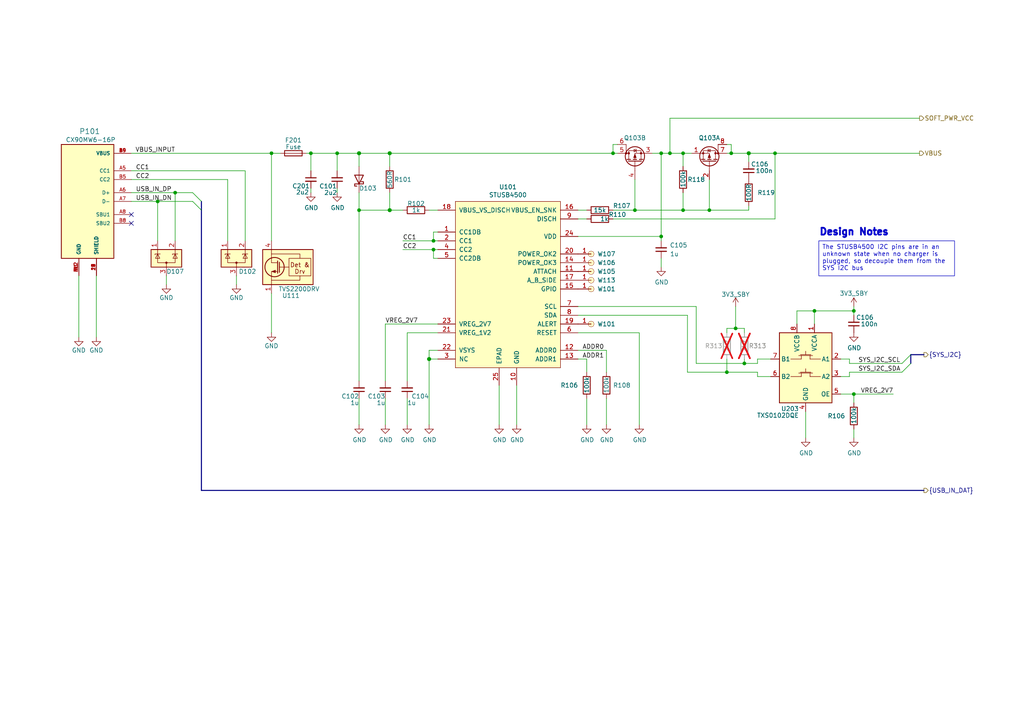
<source format=kicad_sch>
(kicad_sch (version 20230121) (generator eeschema)
  (paper "A4")
  (title_block (title "PS2 USB C Input") (rev "0.3") (comment 5 "-a project by Tschicki"))
  (lib_symbols
    (symbol "Device:Fuse" (pin_numbers hide) (pin_names (offset 0))
      (property "Reference" "F" (at 2.032 0 90))
      (property "Value" "Fuse" (at -1.905 0 90))
      (symbol "Fuse_1_1"
        (pin passive line (at 0 3.81 270) (length 1.27) (name "~") (number "1"))
        (pin passive line (at 0 -3.81 90) (length 1.27) (name "~") (number "2"))
      )
    )
    (symbol "PS2:3V5_SBY" (power) (pin_names (offset 0))
      (property "Value" "3V3_SBY" (at 0 3.556 0))
      (symbol "3V5_SBY_1_1"
        (pin power_in line (at 0 0 90) (length 0) hide (name "3V3_SBY") (number "1"))
      )
    )
    (symbol "PS2:CX90MW6-16P" (pin_names (offset 1.016))
      (property "Reference" "J" (at -1.27 35.56 0))
      (property "Value" "CX90MW6-16P" (at -6.35 33.02 0))
      (symbol "CX90MW6-16P_0_0"
        (pin power_in line (at 2.54 -5.08 90) (length 5.08) (name "SHIELD") (number "17"))
        (pin power_in line (at 2.54 -5.08 90) (length 5.08) (name "SHIELD") (number "18"))
        (pin power_in line (at 2.54 -5.08 90) (length 5.08) (name "SHIELD") (number "19"))
        (pin power_in line (at 2.54 -5.08 90) (length 5.08) (name "SHIELD") (number "20"))
        (pin power_in line (at 2.54 -5.08 90) (length 5.08) (name "SHIELD") (number "21"))
        (pin power_in line (at 2.54 -5.08 90) (length 5.08) (name "SHIELD") (number "22"))
        (pin power_in line (at -2.54 -5.08 90) (length 5.08) (name "GND") (number "A1"))
        (pin power_in line (at -2.54 -5.08 90) (length 5.08) (name "GND") (number "A12"))
        (pin power_in line (at 12.7 30.48 180) (length 5.08) (name "VBUS") (number "A4"))
        (pin bidirectional line (at 12.7 25.4 180) (length 5.08) (name "CC1") (number "A5"))
        (pin bidirectional line (at 12.7 19.05 180) (length 5.08) (name "D+") (number "A6"))
        (pin bidirectional line (at 12.7 16.51 180) (length 5.08) (name "D-") (number "A7"))
        (pin bidirectional line (at 12.7 12.7 180) (length 5.08) (name "SBU1") (number "A8"))
        (pin power_in line (at 12.7 30.48 180) (length 5.08) (name "VBUS") (number "A9"))
        (pin power_in line (at -2.54 -5.08 90) (length 5.08) (name "GND") (number "B1"))
        (pin power_in line (at -2.54 -5.08 90) (length 5.08) (name "GND") (number "B12"))
        (pin power_in line (at 12.7 30.48 180) (length 5.08) (name "VBUS") (number "B4"))
        (pin bidirectional line (at 12.7 22.86 180) (length 5.08) (name "CC2") (number "B5"))
        (pin bidirectional line (at 12.7 19.05 180) (length 5.08) hide (name "D+") (number "B6"))
        (pin bidirectional line (at 12.7 16.51 180) (length 5.08) hide (name "D-") (number "B7"))
        (pin bidirectional line (at 12.7 10.16 180) (length 5.08) (name "SBU2") (number "B8"))
        (pin power_in line (at 12.7 30.48 180) (length 5.08) (name "VBUS") (number "B9"))
      )
    )
    (symbol "PS2:ESDA25W" (pin_names hide)
      (property "Reference" "D101" (at 0 -3.81 0))
      (symbol "ESDA25W_0_0"
        (pin passive line (at 0 -5.08 90) (length 2.54) (name "A") (number "3"))
      )
      (symbol "ESDA25W_1_1"
        (pin passive line (at -2.54 5.08 270) (length 2.54) (name "K") (number "1"))
        (pin passive line (at 2.54 5.08 270) (length 2.54) (name "K") (number "2"))
      )
    )
    (symbol "PS2:NSR0240P2" (pin_numbers hide) (pin_names (offset 1.016) hide)
      (property "Reference" "D" (at 0 2.54 0))
      (symbol "NSR0240P2_1_1"
        (pin passive line (at -3.81 0 0) (length 2.54) (name "K") (number "1"))
        (pin passive line (at 3.81 0 180) (length 2.54) (name "A") (number "2"))
      )
    )
    (symbol "PS2:Q_Dual_PMOS_SI7223DN" (pin_names (offset 0) hide)
      (property "Reference" "Q" (at 6.35 1.27 0))
      (property "Value" "Q_SI7223DN" (at 21.59 -1.27 0))
      (symbol "Q_Dual_PMOS_SI7223DN_1_1"
        (pin passive line (at 2.54 -5.08 90) (length 2.54) (name "S") (number "1"))
        (pin input line (at -5.08 0 0) (length 2.54) (name "G") (number "2"))
        (pin passive line (at 2.54 5.08 270) (length 2.54) (name "D") (number "7"))
        (pin passive line (at 5.08 5.08 270) (length 2.54) (name "G") (number "8"))
      )
      (symbol "Q_Dual_PMOS_SI7223DN_2_1"
        (pin passive line (at 2.54 -5.08 90) (length 2.54) (name "S") (number "3"))
        (pin input line (at -5.08 0 0) (length 2.54) (name "G") (number "4"))
        (pin passive line (at 2.54 5.08 270) (length 2.54) (name "D") (number "5"))
        (pin passive line (at 5.08 5.08 270) (length 2.54) (name "G") (number "6"))
      )
    )
    (symbol "PS2:STUSB4500" (pin_names (offset 1.016))
      (property "Reference" "U" (at 8.89 -25.4 0))
      (property "Value" "STUSB4500" (at -1.27 25.4 0))
      (symbol "STUSB4500_1_1"
        (pin bidirectional line (at -20.32 15.24 0) (length 5.08) (name "CC1DB") (number "1"))
        (pin passive line (at 2.54 -29.21 90) (length 5.08) (name "GND") (number "10"))
        (pin open_collector line (at 20.32 3.81 180) (length 5.08) (name "ATTACH") (number "11"))
        (pin input line (at 20.32 -19.05 180) (length 5.08) (name "ADDR0") (number "12"))
        (pin input line (at 20.32 -21.59 180) (length 5.08) (name "ADDR1") (number "13"))
        (pin open_collector line (at 20.32 6.35 180) (length 5.08) (name "POWER_OK3") (number "14"))
        (pin open_collector line (at 20.32 -1.27 180) (length 5.08) (name "GPIO") (number "15"))
        (pin open_collector line (at 20.32 21.59 180) (length 5.08) (name "VBUS_EN_SNK") (number "16"))
        (pin open_collector line (at 20.32 1.27 180) (length 5.08) (name "A_B_SIDE") (number "17"))
        (pin input line (at -20.32 21.59 0) (length 5.08) (name "VBUS_VS_DISCH") (number "18"))
        (pin open_collector line (at 20.32 -11.43 180) (length 5.08) (name "ALERT") (number "19"))
        (pin bidirectional line (at -20.32 12.7 0) (length 5.08) (name "CC1") (number "2"))
        (pin open_collector line (at 20.32 8.89 180) (length 5.08) (name "POWER_OK2") (number "20"))
        (pin power_out line (at -20.32 -13.97 0) (length 5.08) (name "VREG_1V2") (number "21"))
        (pin power_out line (at -20.32 -19.05 0) (length 5.08) (name "VSYS") (number "22"))
        (pin power_out line (at -20.32 -11.43 0) (length 5.08) (name "VREG_2V7") (number "23"))
        (pin power_in line (at 20.32 13.97 180) (length 5.08) (name "VDD") (number "24"))
        (pin passive line (at -2.54 -29.21 90) (length 5.08) (name "EPAD") (number "25"))
        (pin passive line (at -20.32 -21.59 0) (length 5.08) (name "NC") (number "3"))
        (pin bidirectional line (at -20.32 10.16 0) (length 5.08) (name "CC2") (number "4"))
        (pin bidirectional line (at -20.32 7.62 0) (length 5.08) (name "CC2DB") (number "5"))
        (pin input line (at 20.32 -13.97 180) (length 5.08) (name "RESET") (number "6"))
        (pin input line (at 20.32 -6.35 180) (length 5.08) (name "SCL") (number "7"))
        (pin open_collector line (at 20.32 -8.89 180) (length 5.08) (name "SDA") (number "8"))
        (pin bidirectional line (at 20.32 19.05 180) (length 5.08) (name "DISCH") (number "9"))
      )
    )
    (symbol "PS2:Solder_Point" (pin_names (offset 1.016) hide) (in_bom no)
      (property "Reference" "TP" (at 2.54 0 0))
      (symbol "Solder_Point_1_1"
        (pin passive line (at -3.81 0 0) (length 3.81) (name "Pin_1") (number "1"))
      )
    )
    (symbol "PS2:TVS2200DRV" (pin_names (offset 0) hide)
      (property "Reference" "U" (at 2.54 1.27 0))
      (property "Value" "TVS2200DRV" (at 2.54 -1.27 0))
      (symbol "TVS2200DRV_0_0"
        (text "Det &" (at -8.255 0.635 0) (effects (font (size 1.27 1.27))))
        (text "Drv" (at -8.255 -1.27 0) (effects (font (size 1.27 1.27))))
      )
      (symbol "TVS2200DRV_1_1"
        (pin power_in line (at 0 -7.62 90) (length 2.54) (name "GND") (number "1"))
        (pin passive line (at 0 -7.62 90) (length 2.54) hide (name "GND") (number "2"))
        (pin passive line (at 0 -7.62 90) (length 2.54) hide (name "GND") (number "3"))
        (pin passive line (at 0 7.62 270) (length 2.54) (name "IN") (number "4"))
        (pin passive line (at 0 7.62 270) (length 2.54) hide (name "IN") (number "5"))
        (pin passive line (at 0 7.62 270) (length 2.54) hide (name "IN") (number "6"))
        (pin passive line (at 0 -7.62 90) (length 2.54) hide (name "GND") (number "7"))
      )
    )
    (symbol "PS2:TXS0102DQE"
      (property "Reference" "U" (at -6.35 11.43 0))
      (property "Value" "TXS0102DQE" (at 3.81 11.43 0))
      (symbol "TXS0102DQE_1_1"
        (pin power_in line (at -2.54 12.7 270) (length 2.54) (name "VCCA") (number "1"))
        (pin bidirectional line (at -10.16 2.54 0) (length 2.54) (name "A1") (number "2"))
        (pin bidirectional line (at -10.16 -2.54 0) (length 2.54) (name "A2") (number "3"))
        (pin power_in line (at 0 -12.7 90) (length 2.54) (name "GND") (number "4"))
        (pin input line (at -10.16 -7.62 0) (length 2.54) (name "OE") (number "5"))
        (pin bidirectional line (at 10.16 -2.54 180) (length 2.54) (name "B2") (number "6"))
        (pin bidirectional line (at 10.16 2.54 180) (length 2.54) (name "B1") (number "7"))
        (pin power_in line (at 2.54 12.7 270) (length 2.54) (name "VCCB") (number "8"))
      )
    )
    (symbol "PS2_Capacitors:C_100n_0402" (pin_numbers hide) (pin_names (offset 0.254) hide)
      (property "Reference" "C" (at 0.254 1.778 0))
      (property "Value" "100n" (at 0.254 -2.032 0))
      (symbol "C_100n_0402_1_1"
        (pin passive line (at 0 2.54 270) (length 2.032) (name "~") (number "1"))
        (pin passive line (at 0 -2.54 90) (length 2.032) (name "~") (number "2"))
      )
    )
    (symbol "PS2_Capacitors:C_1u_0603" (pin_numbers hide) (pin_names (offset 0.254) hide)
      (property "Reference" "C" (at 0.254 1.778 0))
      (property "Value" "1u" (at 0.254 -2.032 0))
      (symbol "C_1u_0603_1_1"
        (pin passive line (at 0 2.54 270) (length 2.032) (name "~") (number "1"))
        (pin passive line (at 0 -2.54 90) (length 2.032) (name "~") (number "2"))
      )
    )
    (symbol "PS2_Capacitors:C_2u2_0805" (pin_numbers hide) (pin_names (offset 0.254) hide)
      (property "Reference" "C" (at 0.254 1.778 0))
      (property "Value" "2u2" (at 0.254 -2.032 0))
      (symbol "C_2u2_0805_1_1"
        (pin passive line (at 0 2.54 270) (length 2.032) (name "~") (number "1"))
        (pin passive line (at 0 -2.54 90) (length 2.032) (name "~") (number "2"))
      )
    )
    (symbol "PS2_Resistors:R_100R_0402" (pin_numbers hide) (pin_names (offset 0))
      (property "Reference" "R" (at 2.032 0 90))
      (property "Value" "100R" (at 0 0 90))
      (symbol "R_100R_0402_1_1"
        (pin passive line (at 0 3.81 270) (length 1.27) (name "~") (number "1"))
        (pin passive line (at 0 -3.81 90) (length 1.27) (name "~") (number "2"))
      )
    )
    (symbol "PS2_Resistors:R_100k_0402" (pin_numbers hide) (pin_names (offset 0))
      (property "Reference" "R" (at 2.032 0 90))
      (property "Value" "100k" (at 0 0 90))
      (symbol "R_100k_0402_1_1"
        (pin passive line (at 0 3.81 270) (length 1.27) (name "~") (number "1"))
        (pin passive line (at 0 -3.81 90) (length 1.27) (name "~") (number "2"))
      )
    )
    (symbol "PS2_Resistors:R_15k_0402" (pin_numbers hide) (pin_names (offset 0))
      (property "Reference" "R" (at 2.032 0 90))
      (property "Value" "15k" (at 0 0 90))
      (symbol "R_15k_0402_1_1"
        (pin passive line (at 0 3.81 270) (length 1.27) (name "~") (number "1"))
        (pin passive line (at 0 -3.81 90) (length 1.27) (name "~") (number "2"))
      )
    )
    (symbol "PS2_Resistors:R_1k_0402" (pin_numbers hide) (pin_names (offset 0))
      (property "Reference" "R" (at 2.032 0 90))
      (property "Value" "1k" (at 0 0 90))
      (symbol "R_1k_0402_1_1"
        (pin passive line (at 0 3.81 270) (length 1.27) (name "~") (number "1"))
        (pin passive line (at 0 -3.81 90) (length 1.27) (name "~") (number "2"))
      )
    )
    (symbol "PS2_Resistors:R_2k2_0402" (pin_numbers hide) (pin_names (offset 0))
      (property "Reference" "R" (at 2.032 0 90))
      (property "Value" "2k2" (at 0 0 90))
      (symbol "R_2k2_0402_1_1"
        (pin passive line (at 0 3.81 270) (length 1.27) (name "~") (number "1"))
        (pin passive line (at 0 -3.81 90) (length 1.27) (name "~") (number "2"))
      )
    )
    (symbol "PS2_Resistors:R_560R_0402" (pin_numbers hide) (pin_names (offset 0))
      (property "Reference" "R" (at 2.032 0 90))
      (property "Value" "560R" (at 0 0 90))
      (symbol "R_560R_0402_1_1"
        (pin passive line (at 0 3.81 270) (length 1.27) (name "~") (number "1"))
        (pin passive line (at 0 -3.81 90) (length 1.27) (name "~") (number "2"))
      )
    )
    (symbol "power:GND" (power) (pin_names (offset 0))
      (property "Value" "GND" (at 0 -3.81 0))
      (symbol "GND_1_1"
        (pin power_in line (at 0 0 270) (length 0) hide (name "GND") (number "1"))
      )
    )
  )
  (bus_alias "USB_IN_DAT" (members "USB_IN_DP" "USB_IN_DN"))
  (junction (at 198.12 44.45))
  (junction (at 113.03 60.96) (diameter 1.016))
  (junction (at 97.79 44.45))
  (junction (at 205.74 60.96))
  (junction (at 113.03 44.45) (diameter 1.016))
  (junction (at 104.14 44.45) (diameter 1.016))
  (junction (at 213.36 95.25))
  (junction (at 184.15 60.96))
  (junction (at 247.65 114.3))
  (junction (at 125.73 69.85))
  (junction (at 210.82 107.95))
  (junction (at 236.22 90.17))
  (junction (at 194.31 44.45))
  (junction (at 78.74 44.45))
  (junction (at 247.65 90.17))
  (junction (at 217.17 44.45) (diameter 1.016))
  (junction (at 191.77 44.45))
  (junction (at 125.73 72.39))
  (junction (at 198.12 60.96))
  (junction (at 50.8 55.88))
  (junction (at 215.9 105.41))
  (junction (at 104.14 60.96))
  (junction (at 212.09 44.45))
  (junction (at 224.79 44.45))
  (junction (at 90.17 44.45))
  (junction (at 45.72 58.42))
  (junction (at 191.77 68.58))
  (junction (at 124.46 104.14) (diameter 1.016))
  (junction (at 177.8 44.45))
  (no_connect (at 38.1 62.23))
  (no_connect (at 38.1 64.77))
  (bus_entry (at 55.88 58.42) (size 2.54 2.54))
  (bus_entry (at 264.16 102.87) (size -2.54 2.54))
  (bus_entry (at 261.62 107.95) (size 2.54 -2.54))
  (bus_entry (at 55.88 55.88) (size 2.54 2.54))
  (wire (pts (xy 217.17 59.69) (xy 217.17 60.96)))
  (wire (pts (xy 184.15 60.96) (xy 198.12 60.96)))
  (wire (pts (xy 247.65 114.3) (xy 247.65 116.84)))
  (wire (pts (xy 127 96.52) (xy 118.11 96.52)))
  (wire (pts (xy 38.1 52.07) (xy 66.04 52.07)))
  (wire (pts (xy 213.36 95.25) (xy 213.36 88.9)))
  (wire (pts (xy 201.93 105.41) (xy 201.93 88.9)))
  (wire (pts (xy 97.79 54.61) (xy 97.79 55.88)))
  (wire (pts (xy 177.8 41.91) (xy 177.8 44.45)))
  (wire (pts (xy 113.03 60.96) (xy 116.84 60.96)))
  (wire (pts (xy 167.64 63.5) (xy 170.18 63.5)))
  (wire (pts (xy 213.36 95.25) (xy 210.82 95.25)))
  (wire (pts (xy 231.14 90.17) (xy 231.14 93.98)))
  (wire (pts (xy 78.74 44.45) (xy 78.74 69.85)))
  (wire (pts (xy 215.9 95.25) (xy 215.9 96.52)))
  (bus (pts (xy 267.97 142.24) (xy 58.42 142.24)))
  (wire (pts (xy 215.9 104.14) (xy 215.9 105.41)))
  (wire (pts (xy 118.11 115.57) (xy 118.11 123.19)))
  (wire (pts (xy 104.14 115.57) (xy 104.14 123.19)))
  (wire (pts (xy 199.39 91.44) (xy 167.64 91.44)))
  (wire (pts (xy 50.8 55.88) (xy 55.88 55.88)))
  (bus (pts (xy 264.16 102.87) (xy 264.16 105.41)))
  (wire (pts (xy 167.64 68.58) (xy 191.77 68.58)))
  (wire (pts (xy 167.64 104.14) (xy 170.18 104.14)))
  (wire (pts (xy 149.86 111.76) (xy 149.86 123.19)))
  (wire (pts (xy 247.65 124.46) (xy 247.65 127)))
  (wire (pts (xy 45.72 58.42) (xy 55.88 58.42)))
  (wire (pts (xy 194.31 44.45) (xy 198.12 44.45)))
  (wire (pts (xy 167.64 60.96) (xy 170.18 60.96)))
  (wire (pts (xy 88.9 44.45) (xy 90.17 44.45)))
  (wire (pts (xy 50.8 55.88) (xy 50.8 69.85)))
  (bus (pts (xy 58.42 58.42) (xy 58.42 60.96)))
  (wire (pts (xy 90.17 44.45) (xy 97.79 44.45)))
  (wire (pts (xy 167.64 101.6) (xy 175.895 101.6)))
  (wire (pts (xy 194.31 34.29) (xy 194.31 44.45)))
  (wire (pts (xy 219.71 105.41) (xy 219.71 104.14)))
  (wire (pts (xy 177.8 63.5) (xy 224.79 63.5)))
  (wire (pts (xy 246.38 105.41) (xy 261.62 105.41)))
  (wire (pts (xy 191.77 68.58) (xy 191.77 69.85)))
  (wire (pts (xy 116.84 72.39) (xy 125.73 72.39)))
  (wire (pts (xy 185.42 123.19) (xy 185.42 96.52)))
  (wire (pts (xy 104.14 60.96) (xy 104.14 110.49)))
  (wire (pts (xy 127 74.93) (xy 125.73 74.93)))
  (wire (pts (xy 127 60.96) (xy 124.46 60.96)))
  (wire (pts (xy 104.14 44.45) (xy 113.03 44.45)))
  (wire (pts (xy 217.17 44.45) (xy 224.79 44.45)))
  (wire (pts (xy 246.38 109.22) (xy 243.84 109.22)))
  (wire (pts (xy 198.12 60.96) (xy 205.74 60.96)))
  (wire (pts (xy 104.14 44.45) (xy 104.14 48.26)))
  (wire (pts (xy 210.82 41.91) (xy 212.09 41.91)))
  (wire (pts (xy 90.17 54.61) (xy 90.17 55.88)))
  (wire (pts (xy 175.895 115.57) (xy 175.895 123.19)))
  (wire (pts (xy 246.38 105.41) (xy 246.38 104.14)))
  (wire (pts (xy 113.03 44.45) (xy 177.8 44.45)))
  (wire (pts (xy 198.12 55.88) (xy 198.12 60.96)))
  (wire (pts (xy 215.9 105.41) (xy 201.93 105.41)))
  (wire (pts (xy 125.73 74.93) (xy 125.73 72.39)))
  (wire (pts (xy 219.71 104.14) (xy 223.52 104.14)))
  (wire (pts (xy 38.1 55.88) (xy 50.8 55.88)))
  (wire (pts (xy 111.76 115.57) (xy 111.76 123.19)))
  (wire (pts (xy 48.26 82.55) (xy 48.26 80.01)))
  (wire (pts (xy 78.74 44.45) (xy 81.28 44.45)))
  (wire (pts (xy 247.65 88.9) (xy 247.65 90.17)))
  (wire (pts (xy 236.22 90.17) (xy 236.22 93.98)))
  (wire (pts (xy 210.82 107.95) (xy 219.71 107.95)))
  (bus (pts (xy 58.42 60.96) (xy 58.42 142.24)))
  (wire (pts (xy 127 93.98) (xy 111.76 93.98)))
  (wire (pts (xy 167.64 96.52) (xy 185.42 96.52)))
  (wire (pts (xy 217.17 46.99) (xy 217.17 44.45)))
  (wire (pts (xy 243.84 114.3) (xy 247.65 114.3)))
  (wire (pts (xy 199.39 107.95) (xy 199.39 91.44)))
  (wire (pts (xy 127 72.39) (xy 125.73 72.39)))
  (wire (pts (xy 215.9 95.25) (xy 213.36 95.25)))
  (wire (pts (xy 246.38 107.95) (xy 246.38 109.22)))
  (wire (pts (xy 144.78 111.76) (xy 144.78 123.19)))
  (wire (pts (xy 205.74 60.96) (xy 217.17 60.96)))
  (wire (pts (xy 68.58 82.55) (xy 68.58 80.01)))
  (wire (pts (xy 210.82 104.14) (xy 210.82 107.95)))
  (wire (pts (xy 210.82 95.25) (xy 210.82 96.52)))
  (wire (pts (xy 189.23 44.45) (xy 191.77 44.45)))
  (wire (pts (xy 125.73 69.85) (xy 127 69.85)))
  (wire (pts (xy 191.77 44.45) (xy 191.77 68.58)))
  (wire (pts (xy 125.73 67.31) (xy 125.73 69.85)))
  (wire (pts (xy 219.71 107.95) (xy 219.71 109.22)))
  (wire (pts (xy 212.09 44.45) (xy 217.17 44.45)))
  (wire (pts (xy 246.38 107.95) (xy 261.62 107.95)))
  (wire (pts (xy 124.46 104.14) (xy 124.46 123.19)))
  (wire (pts (xy 201.93 88.9) (xy 167.64 88.9)))
  (wire (pts (xy 111.76 93.98) (xy 111.76 110.49)))
  (wire (pts (xy 118.11 96.52) (xy 118.11 110.49)))
  (bus (pts (xy 267.97 102.87) (xy 264.16 102.87)))
  (wire (pts (xy 224.79 63.5) (xy 224.79 44.45)))
  (wire (pts (xy 198.12 48.26) (xy 198.12 44.45)))
  (wire (pts (xy 45.72 58.42) (xy 45.72 69.85)))
  (wire (pts (xy 177.8 44.45) (xy 179.07 44.45)))
  (wire (pts (xy 127 101.6) (xy 124.46 101.6)))
  (wire (pts (xy 236.22 90.17) (xy 247.65 90.17)))
  (wire (pts (xy 97.79 49.53) (xy 97.79 44.45)))
  (wire (pts (xy 38.1 44.45) (xy 78.74 44.45)))
  (wire (pts (xy 38.1 49.53) (xy 71.12 49.53)))
  (wire (pts (xy 124.46 101.6) (xy 124.46 104.14)))
  (wire (pts (xy 191.77 44.45) (xy 194.31 44.45)))
  (wire (pts (xy 116.84 69.85) (xy 125.73 69.85)))
  (wire (pts (xy 231.14 90.17) (xy 236.22 90.17)))
  (wire (pts (xy 113.03 48.26) (xy 113.03 44.45)))
  (wire (pts (xy 191.77 77.47) (xy 191.77 74.93)))
  (wire (pts (xy 27.94 80.01) (xy 27.94 97.79)))
  (wire (pts (xy 104.14 60.96) (xy 113.03 60.96)))
  (wire (pts (xy 170.18 115.57) (xy 170.18 123.19)))
  (wire (pts (xy 198.12 44.45) (xy 200.66 44.45)))
  (wire (pts (xy 179.07 41.91) (xy 177.8 41.91)))
  (wire (pts (xy 104.14 55.88) (xy 104.14 60.96)))
  (wire (pts (xy 219.71 109.22) (xy 223.52 109.22)))
  (wire (pts (xy 90.17 44.45) (xy 90.17 49.53)))
  (wire (pts (xy 177.8 60.96) (xy 184.15 60.96)))
  (wire (pts (xy 170.18 107.95) (xy 170.18 104.14)))
  (wire (pts (xy 175.895 101.6) (xy 175.895 107.95)))
  (wire (pts (xy 71.12 49.53) (xy 71.12 69.85)))
  (wire (pts (xy 22.86 80.01) (xy 22.86 97.79)))
  (wire (pts (xy 205.74 52.07) (xy 205.74 60.96)))
  (wire (pts (xy 66.04 52.07) (xy 66.04 69.85)))
  (wire (pts (xy 78.74 85.09) (xy 78.74 96.52)))
  (wire (pts (xy 243.84 104.14) (xy 246.38 104.14)))
  (wire (pts (xy 224.79 44.45) (xy 266.7 44.45)))
  (wire (pts (xy 210.82 107.95) (xy 199.39 107.95)))
  (wire (pts (xy 247.65 90.17) (xy 247.65 91.44)))
  (wire (pts (xy 247.65 114.3) (xy 259.08 114.3)))
  (wire (pts (xy 215.9 105.41) (xy 219.71 105.41)))
  (wire (pts (xy 210.82 44.45) (xy 212.09 44.45)))
  (wire (pts (xy 38.1 58.42) (xy 45.72 58.42)))
  (wire (pts (xy 212.09 41.91) (xy 212.09 44.45)))
  (wire (pts (xy 127 104.14) (xy 124.46 104.14)))
  (wire (pts (xy 127 67.31) (xy 125.73 67.31)))
  (wire (pts (xy 266.7 34.29) (xy 194.31 34.29)))
  (wire (pts (xy 97.79 44.45) (xy 104.14 44.45)))
  (wire (pts (xy 184.15 52.07) (xy 184.15 60.96)))
  (wire (pts (xy 233.68 119.38) (xy 233.68 127)))
  (wire (pts (xy 113.03 55.88) (xy 113.03 60.96)))
  (text_box "The STUSB4500 I2C pins are in an unknown state when no charger is plugged, so decouple them from the SYS I2C bus" (at 237.49 69.85 0) (size 39.37 10.16) (effects (font (size 1.27 1.27)) (justify left top)))
  (text "Design Notes" (at 237.49 68.58 0) (effects (font (size 2 2) (thickness 1) bold) (justify left bottom)))
  (label "VREG_2V7" (at 111.76 93.98 0))
  (label "CC2" (at 39.37 52.07 0))
  (label "SYS_I2C_SDA" (at 248.92 107.95 0))
  (label "SYS_I2C_SCL" (at 248.92 105.41 0))
  (label "USB_IN_DN" (at 39.37 58.42 0))
  (label "ADDR0" (at 168.91 101.6 0))
  (label "CC2" (at 116.84 72.39 0))
  (label "VBUS_INPUT" (at 50.8 44.45 180))
  (label "CC1" (at 116.84 69.85 0))
  (label "VREG_2V7" (at 259.08 114.3 180))
  (label "CC1" (at 39.37 49.53 0))
  (label "USB_IN_DP" (at 39.37 55.88 0))
  (label "ADDR1" (at 168.91 104.14 0))
  (hierarchical_label "SOFT_PWR_VCC" (shape output) (at 266.7 34.29 0))
  (hierarchical_label "VBUS" (shape output) (at 266.7 44.45 0))
  (hierarchical_label "{USB_IN_DAT}" (shape output) (at 267.97 142.24 0))
  (hierarchical_label "{SYS_I2C}" (shape output) (at 267.97 102.87 0))
  (symbol (lib_id "PS2:TVS2200DRV") (at 78.74 77.47 0) (mirror y) (unit 1)
    (property "Reference" "U111" (at 86.995 85.725 0) (effects (justify left)))
    (property "Value" "TVS2200DRV" (at 92.71 83.82 0) (effects (justify left)))
    (property "Footprint" "PS2:WSON-6-1EP_2x2mm_P0.65mm_EP1x1.6mm" (effects hide))
    (property "Datasheet" "http://www.ti.com/lit/ds/symlink/tvs2200.pdf" (effects hide))
    (property "Part Number" "TVS2200DRVR" (effects hide))
    (instances (project "PS2_Power_Management_02" (path "" (reference "U111") (unit 1))) (project "PS2_79004_Rev_0_4" (path "" (reference "U201") (unit 1))))
  )
  (symbol (lib_id "PS2_Resistors:R_100k_0402") (at 175.895 111.76 180) (unit 1)
    (property "Reference" "R108" (at 177.8 111.76 0) (effects (justify right)))
    (property "Value" "100k" (at 175.895 109.22 90) (effects (justify left)))
    (property "Footprint" "PS2:R_0402_1005Metric" (effects hide))
    (property "Part Number" "ERJ-U02F1003X" (effects hide))
    (instances (project "PS2_Power_Management_02" (path "" (reference "R108") (unit 1))) (project "PS2_BMIC" (path "" (reference "R106") (unit 1))) (project "Power_in" (path "" (reference "R405") (unit 1))) (project "PS2_79004_Rev_0_4" (path "" (reference "R206") (unit 1))))
  )
  (symbol (lib_id "PS2_Resistors:R_1k_0402") (at 120.65 60.96 90) (unit 1)
    (property "Reference" "R102" (at 118.11 59.055 90) (effects (justify right)))
    (property "Value" "1k" (at 121.92 60.96 90) (effects (justify left)))
    (property "Footprint" "PS2:R_0402_1005Metric" (effects hide))
    (property "Part Number" "RC0402FR-071KL" (effects hide))
    (instances (project "PS2_Power_Management_02" (path "" (reference "R102") (unit 1))) (project "PS2_BMIC" (path "" (reference "R102") (unit 1))) (project "Power_in" (path "" (reference "R402") (unit 1))) (project "PS2_79004_Rev_0_4" (path "" (reference "R202") (unit 1))))
  )
  (symbol (lib_id "PS2:3V5_SBY") (at 213.36 88.9 0) (unit 1)
    (property "Reference" "#PWR0325" (effects hide))
    (property "Value" "3V3_SBY" (at 213.36 85.3981 0))
    (instances (project "PS2_Power_Management_02" (path "" (reference "#PWR0325") (unit 1))) (project "PS2_79004_Rev_0_4" (path "" (reference "#PWR0218") (unit 1))))
  )
  (symbol (lib_id "power:GND") (at 149.86 123.19 0) (unit 1)
    (property "Reference" "#PWR0116" (effects hide))
    (property "Value" "GND" (at 149.987 127.5842 0))
    (instances (project "PS2_Power_Management_02" (path "" (reference "#PWR0116") (unit 1))) (project "PS2_BMIC" (path "" (reference "#PWR0112") (unit 1))) (project "Power_in" (path "" (reference "#PWR0412") (unit 1))) (project "PS2_79004_Rev_0_4" (path "" (reference "#PWR0213") (unit 1))))
  )
  (symbol (lib_id "power:GND") (at 124.46 123.19 0) (unit 1)
    (property "Reference" "#PWR0112" (effects hide))
    (property "Value" "GND" (at 124.587 127.5842 0))
    (instances (project "PS2_Power_Management_02" (path "" (reference "#PWR0112") (unit 1))) (project "PS2_BMIC" (path "" (reference "#PWR0108") (unit 1))) (project "Power_in" (path "" (reference "#PWR0408") (unit 1))) (project "PS2_79004_Rev_0_4" (path "" (reference "#PWR0211") (unit 1))))
  )
  (symbol (lib_id "power:GND") (at 175.895 123.19 0) (unit 1)
    (property "Reference" "#PWR0119" (effects hide))
    (property "Value" "GND" (at 176.022 127.5842 0))
    (instances (project "PS2_Power_Management_02" (path "" (reference "#PWR0119") (unit 1))) (project "PS2_BMIC" (path "" (reference "#PWR0116") (unit 1))) (project "Power_in" (path "" (reference "#PWR0414") (unit 1))) (project "PS2_79004_Rev_0_4" (path "" (reference "#PWR0215") (unit 1))))
  )
  (symbol (lib_id "PS2:Solder_Point") (at 171.45 93.98 0) (mirror x) (unit 1) (in_bom no)
    (property "Reference" "W101" (at 175.895 93.98 0))
    (property "Value" "Solder_Point" (effects hide))
    (property "Footprint" "PS2:Solder_Point_127" (effects hide))
    (instances (project "PS2_Power_Management_02" (path "" (reference "W101") (unit 1))) (project "PS2_BMIC" (path "" (reference "W103") (unit 1))) (project "Power_in" (path "" (reference "W408") (unit 1))) (project "PS2_79004_Rev_0_4" (path "" (reference "TP206") (unit 1))))
  )
  (symbol (lib_id "PS2:ESDA25W") (at 68.58 74.93 0) (unit 1)
    (property "Reference" "D102" (at 69.215 78.74 0) (effects (justify left)))
    (property "Value" "ESDA25W" (effects hide))
    (property "Footprint" "Package_TO_SOT_SMD:SOT-323_SC-70" (effects hide))
    (property "Datasheet" "https://www.st.com/content/ccc/resource/technical/document/datasheet/cd/9b/8d/39/1f/d4/43/ba/CD00064033.pdf/files/CD00064033.pdf/jcr:content/translations/en.CD00064033.pdf" (effects hide))
    (property "Part Number" "ESDA25W" (effects hide))
    (instances (project "PS2_Power_Management_02" (path "" (reference "D102") (unit 1))) (project "PS2_BMIC" (path "" (reference "D102") (unit 1))) (project "Power_in" (path "" (reference "D402") (unit 1))) (project "PS2_79004_Rev_0_4" (path "" (reference "D202") (unit 1))))
  )
  (symbol (lib_id "PS2:Q_Dual_PMOS_SI7223DN") (at 184.15 46.99 90) (unit 2)
    (property "Reference" "Q103" (at 184.15 40.005 90))
    (property "Value" "Q_SI7223DN" (effects hide))
    (property "Footprint" "PS2:PowerPAK1212-8_VIS" (effects hide))
    (property "Part Number" "SI7223DN-T1-GE3" (effects hide))
    (instances (project "PS2_Power_Management_02" (path "" (reference "Q103") (unit 2))) (project "PS2_BMIC" (path "" (reference "Q105") (unit 2))) (project "PS2_79004_Rev_0_4" (path "" (reference "Q201") (unit 2))))
  )
  (symbol (lib_id "power:GND") (at 185.42 123.19 0) (unit 1)
    (property "Reference" "#PWR0119" (effects hide))
    (property "Value" "GND" (at 185.547 127.5842 0))
    (instances (project "PS2_Power_Management_02" (path "" (reference "#PWR0119") (unit 1))) (project "PS2_BMIC" (path "" (reference "#PWR0116") (unit 1))) (project "Power_in" (path "" (reference "#PWR0414") (unit 1))) (project "PS2_79004_Rev_0_4" (path "" (reference "#PWR0216") (unit 1))))
  )
  (symbol (lib_id "power:GND") (at 247.65 127 0) (unit 1)
    (property "Reference" "#PWR0119" (effects hide))
    (property "Value" "GND" (at 247.777 131.3942 0))
    (instances (project "PS2_Power_Management_02" (path "" (reference "#PWR0119") (unit 1))) (project "PS2_BMIC" (path "" (reference "#PWR0116") (unit 1))) (project "Power_in" (path "" (reference "#PWR0414") (unit 1))) (project "PS2_79004_Rev_0_4" (path "" (reference "#PWR0222") (unit 1))))
  )
  (symbol (lib_id "PS2:Solder_Point") (at 171.45 76.2 0) (mirror x) (unit 1) (in_bom no)
    (property "Reference" "W106" (at 175.895 76.2 0))
    (property "Value" "Solder_Point" (effects hide))
    (property "Footprint" "PS2:Solder_Point_127" (effects hide))
    (instances (project "PS2_Power_Management_02" (path "" (reference "W106") (unit 1))) (project "PS2_BMIC" (path "" (reference "W103") (unit 1))) (project "Power_in" (path "" (reference "W408") (unit 1))) (project "PS2_79004_Rev_0_4" (path "" (reference "TP202") (unit 1))))
  )
  (symbol (lib_id "PS2:3V5_SBY") (at 247.65 88.9 0) (unit 1)
    (property "Reference" "#PWR0197" (effects hide))
    (property "Value" "3V3_SBY" (at 247.65 85.09 0))
    (instances (project "PS2_Power_Management_02" (path "" (reference "#PWR0197") (unit 1))) (project "PS2_79004_Rev_0_4" (path "" (reference "#PWR0220") (unit 1))))
  )
  (symbol (lib_id "PS2_Resistors:R_100k_0402") (at 198.12 52.07 180) (unit 1)
    (property "Reference" "R118" (at 199.39 52.07 0) (effects (justify right)))
    (property "Value" "100k" (at 198.12 49.53 90) (effects (justify left)))
    (property "Footprint" "PS2:R_0402_1005Metric" (effects hide))
    (property "Part Number" "ERJ-U02F1003X" (effects hide))
    (instances (project "PS2_Power_Management_02" (path "" (reference "R118") (unit 1))) (project "PS2_BMIC" (path "" (reference "R111") (unit 1))) (project "Power_in" (path "" (reference "R410") (unit 1))) (project "PS2_79004_Rev_0_4" (path "" (reference "R207") (unit 1))))
  )
  (symbol (lib_id "PS2_Resistors:R_1k_0402") (at 173.99 63.5 90) (unit 1)
    (property "Reference" "R110" (at 176.53 62.23 90) (effects (justify right)))
    (property "Value" "1k" (at 176.53 63.5 90) (effects (justify left)))
    (property "Footprint" "PS2:R_0402_1005Metric" (effects hide))
    (property "Part Number" "RC0402FR-071KL" (effects hide))
    (instances (project "PS2_Power_Management_02" (path "" (reference "R110") (unit 1))) (project "PS2_BMIC" (path "" (reference "R107") (unit 1))) (project "Power_in" (path "" (reference "R406") (unit 1))) (project "PS2_79004_Rev_0_4" (path "" (reference "R205") (unit 1))))
  )
  (symbol (lib_id "power:GND") (at 144.78 123.19 0) (unit 1)
    (property "Reference" "#PWR0115" (effects hide))
    (property "Value" "GND" (at 144.907 127.5842 0))
    (instances (project "PS2_Power_Management_02" (path "" (reference "#PWR0115") (unit 1))) (project "PS2_BMIC" (path "" (reference "#PWR0111") (unit 1))) (project "Power_in" (path "" (reference "#PWR0411") (unit 1))) (project "PS2_79004_Rev_0_4" (path "" (reference "#PWR0212") (unit 1))))
  )
  (symbol (lib_id "PS2_Capacitors:C_1u_0603") (at 111.76 113.03 180) (unit 1)
    (property "Reference" "C103" (at 111.76 114.935 0) (effects (justify left)))
    (property "Value" "1u" (at 109.22 116.84 0) (effects (justify right)))
    (property "Footprint" "PS2:C_0603_1608Metric" (effects hide))
    (property "Datasheet" "https://mm.digikey.com/Volume0/opasdata/d220001/medias/docus/3644/CL10B105KA8NNNC_spec.pdf" (effects hide))
    (property "Part Number" "CL10B105KA8NNNC" (effects hide))
    (instances (project "PS2_Power_Management_02" (path "" (reference "C103") (unit 1))) (project "PS2_BMIC" (path "" (reference "C103") (unit 1))) (project "Power_in" (path "" (reference "C403") (unit 1))) (project "PS2_79004_Rev_0_4" (path "" (reference "C204") (unit 1))))
  )
  (symbol (lib_id "power:GND") (at 104.14 123.19 0) (unit 1)
    (property "Reference" "#PWR0108" (effects hide))
    (property "Value" "GND" (at 104.267 127.5842 0))
    (instances (project "PS2_Power_Management_02" (path "" (reference "#PWR0108") (unit 1))) (project "PS2_BMIC" (path "" (reference "#PWR0104") (unit 1))) (project "Power_in" (path "" (reference "#PWR0404") (unit 1))) (project "PS2_79004_Rev_0_4" (path "" (reference "#PWR0208") (unit 1))))
  )
  (symbol (lib_id "Device:Fuse") (at 85.09 44.45 90) (unit 1)
    (property "Reference" "F201" (at 85.09 40.6781 90))
    (property "Value" "Fuse" (at 85.09 42.5991 90))
    (property "Footprint" "Fuse:Fuse_1206_3216Metric" (effects hide))
    (property "Part Number" "C1Q 3" (effects hide))
  )
  (symbol (lib_id "PS2:STUSB4500") (at 147.32 82.55 0) (unit 1)
    (property "Reference" "U101" (at 147.32 54.229 0))
    (property "Value" "STUSB4500" (at 147.32 56.5404 0))
    (property "Footprint" "PS2:QFN-24_EP_4x4_Pitch0.5mm" (effects hide))
    (property "Datasheet" "https://www.st.com/resource/en/datasheet/stusb4500.pdf" (effects hide))
    (property "Part Number" "STUSB4500QTR" (effects hide))
    (instances (project "PS2_Power_Management_02" (path "" (reference "U101") (unit 1))) (project "PS2_BMIC" (path "" (reference "U101") (unit 1))) (project "Power_in" (path "" (reference "U401") (unit 1))) (project "PS2_79004_Rev_0_4" (path "" (reference "U202") (unit 1))))
  )
  (symbol (lib_id "PS2:Solder_Point") (at 171.45 73.66 0) (mirror x) (unit 1) (in_bom no)
    (property "Reference" "W107" (at 175.895 73.66 0))
    (property "Value" "Solder_Point" (effects hide))
    (property "Footprint" "PS2:Solder_Point_127" (effects hide))
    (instances (project "PS2_Power_Management_02" (path "" (reference "W107") (unit 1))) (project "PS2_BMIC" (path "" (reference "W103") (unit 1))) (project "Power_in" (path "" (reference "W408") (unit 1))) (project "PS2_79004_Rev_0_4" (path "" (reference "TP201") (unit 1))))
  )
  (symbol (lib_id "PS2_Resistors:R_15k_0402") (at 173.99 60.96 270) (unit 1)
    (property "Reference" "R107" (at 180.34 59.69 90))
    (property "Value" "15k" (at 173.99 60.96 90))
    (property "Footprint" "PS2:R_0402_1005Metric" (effects hide))
    (property "Part Number" "ERJ-2RKF1502X" (effects hide))
    (instances (project "PS2_Power_Management_02" (path "" (reference "R107") (unit 1))) (project "PS2_79004_Rev_0_4" (path "" (reference "R204") (unit 1))))
  )
  (symbol (lib_id "PS2:Solder_Point") (at 171.45 81.28 0) (mirror x) (unit 1) (in_bom no)
    (property "Reference" "W113" (at 175.895 81.28 0))
    (property "Value" "Solder_Point" (effects hide))
    (property "Footprint" "PS2:Solder_Point_127" (effects hide))
    (instances (project "PS2_Power_Management_02" (path "" (reference "W113") (unit 1))) (project "PS2_BMIC" (path "" (reference "W103") (unit 1))) (project "Power_in" (path "" (reference "W408") (unit 1))) (project "PS2_79004_Rev_0_4" (path "" (reference "TP204") (unit 1))))
  )
  (symbol (lib_id "PS2_Resistors:R_100R_0402") (at 217.17 55.88 0) (mirror x) (unit 1)
    (property "Reference" "R119" (at 224.79 55.88 0) (effects (justify right)))
    (property "Value" "100R" (at 217.17 55.88 90))
    (property "Footprint" "PS2:R_0402_1005Metric" (effects hide))
    (property "Part Number" "RC0402JR-07100RL" (effects hide))
    (instances (project "PS2_Power_Management_02" (path "" (reference "R119") (unit 1))) (project "PS2_BMIC" (path "" (reference "R113") (unit 1))) (project "Power_in" (path "" (reference "R412") (unit 1))) (project "PS2_79004_Rev_0_4" (path "" (reference "R210") (unit 1))))
  )
  (symbol (lib_id "power:GND") (at 111.76 123.19 0) (unit 1)
    (property "Reference" "#PWR0109" (effects hide))
    (property "Value" "GND" (at 111.887 127.5842 0))
    (instances (project "PS2_Power_Management_02" (path "" (reference "#PWR0109") (unit 1))) (project "PS2_BMIC" (path "" (reference "#PWR0106") (unit 1))) (project "Power_in" (path "" (reference "#PWR0406") (unit 1))) (project "PS2_79004_Rev_0_4" (path "" (reference "#PWR0209") (unit 1))))
  )
  (symbol (lib_id "PS2:NSR0240P2") (at 104.14 52.07 90) (unit 1)
    (property "Reference" "D103" (at 104.14 54.61 90) (effects (justify right)))
    (property "Value" "D_Schottky" (effects hide))
    (property "Footprint" "PS2:SOD-923_0P6X0P85_ONS" (effects hide))
    (property "Part Number" "NSR0240P2T5G" (effects hide))
    (instances (project "PS2_Power_Management_02" (path "" (reference "D103") (unit 1))) (project "PS2_Power_Eval" (path "" (reference "D601") (unit 1))) (project "SysCon" (path "" (reference "D101") (unit 1))) (project "PS2_soft_power_switch" (path "" (reference "D101") (unit 1))) (project "PS2_BMIC" (path "" (reference "D101") (unit 1))) (project "PS2_79004_Rev_0_4" (path "" (reference "D203") (unit 1))))
  )
  (symbol (lib_id "power:GND") (at 48.26 82.55 0) (unit 1)
    (property "Reference" "#PWR0250" (effects hide))
    (property "Value" "GND" (at 48.26 86.36 0))
    (instances (project "PS2_Power_Management_02" (path "" (reference "#PWR0250") (unit 1))) (project "PS2_BMIC" (path "" (reference "#PWR0117") (unit 1))) (project "Power_in" (path "" (reference "#PWR0404") (unit 1))) (project "PS2_79004_Rev_0_4" (path "" (reference "#PWR0203") (unit 1))))
  )
  (symbol (lib_id "PS2:ESDA25W") (at 48.26 74.93 0) (unit 1)
    (property "Reference" "D107" (at 48.26 78.74 0) (effects (justify left)))
    (property "Value" "ESDA25W" (effects hide))
    (property "Footprint" "Package_TO_SOT_SMD:SOT-323_SC-70" (effects hide))
    (property "Datasheet" "https://www.st.com/content/ccc/resource/technical/document/datasheet/cd/9b/8d/39/1f/d4/43/ba/CD00064033.pdf/files/CD00064033.pdf/jcr:content/translations/en.CD00064033.pdf" (effects hide))
    (property "Part Number" "ESDA25W" (effects hide))
    (instances (project "PS2_Power_Management_02" (path "" (reference "D107") (unit 1))) (project "PS2_BMIC" (path "" (reference "D102") (unit 1))) (project "Power_in" (path "" (reference "D402") (unit 1))) (project "PS2_79004_Rev_0_4" (path "" (reference "D201") (unit 1))))
  )
  (symbol (lib_id "power:GND") (at 118.11 123.19 0) (unit 1)
    (property "Reference" "#PWR0110" (effects hide))
    (property "Value" "GND" (at 118.237 127.5842 0))
    (instances (project "PS2_Power_Management_02" (path "" (reference "#PWR0110") (unit 1))) (project "PS2_BMIC" (path "" (reference "#PWR0107") (unit 1))) (project "Power_in" (path "" (reference "#PWR0407") (unit 1))) (project "PS2_79004_Rev_0_4" (path "" (reference "#PWR0210") (unit 1))))
  )
  (symbol (lib_id "power:GND") (at 27.94 97.79 0) (mirror y) (unit 1)
    (property "Reference" "#PWR0103" (effects hide))
    (property "Value" "GND" (at 27.94 101.6 0))
    (instances (project "PS2_Power_Management_02" (path "" (reference "#PWR0103") (unit 1))) (project "PS2_BMIC" (path "" (reference "#PWR0105") (unit 1))) (project "Power_in" (path "" (reference "#PWR0405") (unit 1))) (project "PS2_79004_Rev_0_4" (path "" (reference "#PWR0202") (unit 1))))
  )
  (symbol (lib_id "PS2:Solder_Point") (at 171.45 78.74 0) (mirror x) (unit 1) (in_bom no)
    (property "Reference" "W105" (at 175.895 78.74 0))
    (property "Value" "Solder_Point" (effects hide))
    (property "Footprint" "PS2:Solder_Point_127" (effects hide))
    (instances (project "PS2_Power_Management_02" (path "" (reference "W105") (unit 1))) (project "PS2_BMIC" (path "" (reference "W103") (unit 1))) (project "Power_in" (path "" (reference "W408") (unit 1))) (project "PS2_79004_Rev_0_4" (path "" (reference "TP203") (unit 1))))
  )
  (symbol (lib_id "power:GND") (at 191.77 77.47 0) (unit 1)
    (property "Reference" "#PWR0112" (effects hide))
    (property "Value" "GND" (at 191.897 81.8642 0))
    (instances (project "PS2_Power_Management_02" (path "" (reference "#PWR0112") (unit 1))) (project "PS2_BMIC" (path "" (reference "#PWR0108") (unit 1))) (project "Power_in" (path "" (reference "#PWR0408") (unit 1))) (project "PS2_79004_Rev_0_4" (path "" (reference "#PWR0217") (unit 1))))
  )
  (symbol (lib_id "PS2_Capacitors:C_2u2_0805") (at 90.17 52.07 0) (mirror y) (unit 1)
    (property "Reference" "C201" (at 89.8778 53.9686 0) (effects (justify left)))
    (property "Value" "2u2" (at 89.624 55.759 0) (effects (justify left)))
    (property "Footprint" "PS2:C_0805_2012Metric" (effects hide))
    (property "Part Number" "GRM21BR71E225KE11L" (effects hide))
  )
  (symbol (lib_id "power:GND") (at 247.65 96.52 0) (unit 1)
    (property "Reference" "#PWR0119" (effects hide))
    (property "Value" "GND" (at 247.777 100.9142 0))
    (instances (project "PS2_Power_Management_02" (path "" (reference "#PWR0119") (unit 1))) (project "PS2_BMIC" (path "" (reference "#PWR0116") (unit 1))) (project "Power_in" (path "" (reference "#PWR0414") (unit 1))) (project "PS2_79004_Rev_0_4" (path "" (reference "#PWR0221") (unit 1))))
  )
  (symbol (lib_id "PS2:Q_Dual_PMOS_SI7223DN") (at 205.74 46.99 270) (mirror x) (unit 1)
    (property "Reference" "Q103" (at 205.74 40.005 90))
    (property "Value" "Q_SI7223DN" (effects hide))
    (property "Footprint" "PS2:PowerPAK1212-8_VIS" (effects hide))
    (property "Part Number" "SI7223DN-T1-GE3" (effects hide))
    (instances (project "PS2_Power_Management_02" (path "" (reference "Q103") (unit 1))) (project "PS2_BMIC" (path "" (reference "Q105") (unit 1))) (project "PS2_79004_Rev_0_4" (path "" (reference "Q201") (unit 1))))
  )
  (symbol (lib_id "power:GND") (at 170.18 123.19 0) (unit 1)
    (property "Reference" "#PWR0118" (effects hide))
    (property "Value" "GND" (at 170.307 127.5842 0))
    (instances (project "PS2_Power_Management_02" (path "" (reference "#PWR0118") (unit 1))) (project "PS2_BMIC" (path "" (reference "#PWR0114") (unit 1))) (project "Power_in" (path "" (reference "#PWR0413") (unit 1))) (project "PS2_79004_Rev_0_4" (path "" (reference "#PWR0214") (unit 1))))
  )
  (symbol (lib_id "PS2_Resistors:R_560R_0402") (at 113.03 52.07 180) (unit 1)
    (property "Reference" "R101" (at 114.3 52.07 0) (effects (justify right)))
    (property "Value" "560R" (at 113.03 52.07 90))
    (property "Footprint" "PS2:R_0402_1005Metric" (effects hide))
    (property "Part Number" "RC0402FR-07560RL" (effects hide))
    (instances (project "PS2_Power_Management_02" (path "" (reference "R101") (unit 1))) (project "PS2_BMIC" (path "" (reference "R101") (unit 1))) (project "Power_in" (path "" (reference "R401") (unit 1))) (project "PS2_79004_Rev_0_4" (path "" (reference "R201") (unit 1))))
  )
  (symbol (lib_id "PS2_Capacitors:C_100n_0402") (at 247.65 93.98 0) (mirror x) (unit 1)
    (property "Reference" "C106" (at 248.285 92.075 0) (effects (justify left)))
    (property "Value" "100n" (at 254.635 93.98 0) (effects (justify right)))
    (property "Footprint" "PS2:C_0402_1005Metric" (effects hide))
    (property "Datasheet" "https://www.mouser.at/datasheet/2/447/UPY_NP0X5R_01005_4V_to_25V_V10-3003057.pdf" (effects hide))
    (property "Part Number" "CC0402KRX7R7BB104" (effects hide))
    (instances (project "PS2_Power_Management_02" (path "" (reference "C106") (unit 1))) (project "PS2_BMIC" (path "" (reference "C106") (unit 1))) (project "Power_in" (path "" (reference "C406") (unit 1))) (project "PS2_79004_Rev_0_4" (path "" (reference "C208") (unit 1))))
  )
  (symbol (lib_id "power:GND") (at 78.74 96.52 0) (unit 1)
    (property "Reference" "#PWR0260" (effects hide))
    (property "Value" "GND" (at 78.74 100.33 0))
    (instances (project "PS2_Power_Management_02" (path "" (reference "#PWR0260") (unit 1))) (project "PS2_BMIC" (path "" (reference "#PWR0105") (unit 1))) (project "Power_in" (path "" (reference "#PWR0405") (unit 1))) (project "PS2_79004_Rev_0_4" (path "" (reference "#PWR0205") (unit 1))))
  )
  (symbol (lib_id "power:GND") (at 22.86 97.79 0) (mirror y) (unit 1)
    (property "Reference" "#PWR0103" (effects hide))
    (property "Value" "GND" (at 22.86 101.6 0))
    (instances (project "PS2_Power_Management_02" (path "" (reference "#PWR0103") (unit 1))) (project "PS2_BMIC" (path "" (reference "#PWR0105") (unit 1))) (project "Power_in" (path "" (reference "#PWR0405") (unit 1))) (project "PS2_79004_Rev_0_4" (path "" (reference "#PWR0201") (unit 1))))
  )
  (symbol (lib_id "power:GND") (at 90.17 55.88 0) (unit 1)
    (property "Reference" "#PWR0206" (effects hide))
    (property "Value" "GND" (at 90.297 60.2742 0))
  )
  (symbol (lib_id "power:GND") (at 68.58 82.55 0) (unit 1)
    (property "Reference" "#PWR0104" (effects hide))
    (property "Value" "GND" (at 68.58 86.36 0))
    (instances (project "PS2_Power_Management_02" (path "" (reference "#PWR0104") (unit 1))) (project "PS2_BMIC" (path "" (reference "#PWR0117") (unit 1))) (project "Power_in" (path "" (reference "#PWR0404") (unit 1))) (project "PS2_79004_Rev_0_4" (path "" (reference "#PWR0204") (unit 1))))
  )
  (symbol (lib_id "PS2_Capacitors:C_1u_0603") (at 104.14 113.03 180) (unit 1)
    (property "Reference" "C102" (at 104.14 114.935 0) (effects (justify left)))
    (property "Value" "1u" (at 101.6 116.84 0) (effects (justify right)))
    (property "Footprint" "PS2:C_0603_1608Metric" (effects hide))
    (property "Datasheet" "https://mm.digikey.com/Volume0/opasdata/d220001/medias/docus/3644/CL10B105KA8NNNC_spec.pdf" (effects hide))
    (property "Part Number" "CL10B105KA8NNNC" (effects hide))
    (instances (project "PS2_Power_Management_02" (path "" (reference "C102") (unit 1))) (project "PS2_BMIC" (path "" (reference "C102") (unit 1))) (project "Power_in" (path "" (reference "C402") (unit 1))) (project "PS2_79004_Rev_0_4" (path "" (reference "C203") (unit 1))))
  )
  (symbol (lib_id "PS2_Resistors:R_100k_0402") (at 247.65 120.65 180) (unit 1)
    (property "Reference" "R106" (at 240.03 120.65 0) (effects (justify right)))
    (property "Value" "100k" (at 247.65 118.11 90) (effects (justify left)))
    (property "Footprint" "PS2:R_0402_1005Metric" (effects hide))
    (property "Part Number" "ERJ-U02F1003X" (effects hide))
    (instances (project "PS2_Power_Management_02" (path "" (reference "R106") (unit 1))) (project "PS2_BMIC" (path "" (reference "R104") (unit 1))) (project "Power_in" (path "" (reference "R403") (unit 1))) (project "PS2_79004_Rev_0_4" (path "" (reference "R211") (unit 1))))
  )
  (symbol (lib_id "PS2:Solder_Point") (at 171.45 83.82 0) (mirror x) (unit 1) (in_bom no)
    (property "Reference" "W101" (at 175.895 83.82 0))
    (property "Value" "Solder_Point" (effects hide))
    (property "Footprint" "PS2:Solder_Point_127" (effects hide))
    (instances (project "PS2_Power_Management_02" (path "" (reference "W101") (unit 1))) (project "PS2_BMIC" (path "" (reference "W103") (unit 1))) (project "Power_in" (path "" (reference "W408") (unit 1))) (project "PS2_79004_Rev_0_4" (path "" (reference "TP205") (unit 1))))
  )
  (symbol (lib_id "PS2_Capacitors:C_2u2_0805") (at 97.79 52.07 180) (unit 1)
    (property "Reference" "C101" (at 97.7138 54.0004 0) (effects (justify left)))
    (property "Value" "2u2" (at 97.79 55.88 0) (effects (justify left)))
    (property "Footprint" "PS2:C_0805_2012Metric" (effects hide))
    (property "Datasheet" "https://www.mouser.at/datasheet/2/281/1/GRM21BR71E225KE11_01A-1986986.pdf" (effects hide))
    (property "Part Number" "GRM21BR71E225KE11L" (effects hide))
    (instances (project "PS2_Power_Management_02" (path "" (reference "C101") (unit 1))) (project "PS2_BMIC" (path "" (reference "C101") (unit 1))) (project "Power_in" (path "" (reference "C401") (unit 1))) (project "PS2_79004_Rev_0_4" (path "" (reference "C202") (unit 1))))
  )
  (symbol (lib_id "PS2_Capacitors:C_1u_0603") (at 118.11 113.03 180) (unit 1)
    (property "Reference" "C104" (at 124.46 114.935 0) (effects (justify left)))
    (property "Value" "1u" (at 118.11 116.84 0) (effects (justify right)))
    (property "Footprint" "PS2:C_0603_1608Metric" (effects hide))
    (property "Datasheet" "https://mm.digikey.com/Volume0/opasdata/d220001/medias/docus/3644/CL10B105KA8NNNC_spec.pdf" (effects hide))
    (property "Part Number" "CL10B105KA8NNNC" (effects hide))
    (instances (project "PS2_Power_Management_02" (path "" (reference "C104") (unit 1))) (project "PS2_BMIC" (path "" (reference "C104") (unit 1))) (project "Power_in" (path "" (reference "C404") (unit 1))) (project "PS2_79004_Rev_0_4" (path "" (reference "C205") (unit 1))))
  )
  (symbol (lib_id "PS2_Resistors:R_100k_0402") (at 170.18 111.76 180) (unit 1)
    (property "Reference" "R106" (at 162.56 111.76 0) (effects (justify right)))
    (property "Value" "100k" (at 170.18 109.22 90) (effects (justify left)))
    (property "Footprint" "PS2:R_0402_1005Metric" (effects hide))
    (property "Part Number" "ERJ-U02F1003X" (effects hide))
    (instances (project "PS2_Power_Management_02" (path "" (reference "R106") (unit 1))) (project "PS2_BMIC" (path "" (reference "R104") (unit 1))) (project "Power_in" (path "" (reference "R403") (unit 1))) (project "PS2_79004_Rev_0_4" (path "" (reference "R203") (unit 1))))
  )
  (symbol (lib_id "power:GND") (at 233.68 127 0) (unit 1)
    (property "Reference" "#PWR0119" (effects hide))
    (property "Value" "GND" (at 233.807 131.3942 0))
    (instances (project "PS2_Power_Management_02" (path "" (reference "#PWR0119") (unit 1))) (project "PS2_BMIC" (path "" (reference "#PWR0116") (unit 1))) (project "Power_in" (path "" (reference "#PWR0414") (unit 1))) (project "PS2_79004_Rev_0_4" (path "" (reference "#PWR0219") (unit 1))))
  )
  (symbol (lib_id "PS2_Capacitors:C_100n_0402") (at 217.17 49.53 0) (mirror x) (unit 1)
    (property "Reference" "C106" (at 217.805 47.625 0) (effects (justify left)))
    (property "Value" "100n" (at 224.155 49.53 0) (effects (justify right)))
    (property "Footprint" "PS2:C_0402_1005Metric" (effects hide))
    (property "Datasheet" "https://www.mouser.at/datasheet/2/447/UPY_NP0X5R_01005_4V_to_25V_V10-3003057.pdf" (effects hide))
    (property "Part Number" "CC0402KRX7R7BB104" (effects hide))
    (instances (project "PS2_Power_Management_02" (path "" (reference "C106") (unit 1))) (project "PS2_BMIC" (path "" (reference "C106") (unit 1))) (project "Power_in" (path "" (reference "C406") (unit 1))) (project "PS2_79004_Rev_0_4" (path "" (reference "C207") (unit 1))))
  )
  (symbol (lib_id "PS2_Resistors:R_2k2_0402") (at 215.9 100.33 0) (mirror y) (unit 1) (dnp yes)
    (property "Reference" "R313" (at 217.17 100.33 0) (effects (justify right)))
    (property "Value" "2k2" (at 215.9 100.33 90))
    (property "Footprint" "PS2:R_0402_1005Metric" (effects hide))
    (property "Part Number" "RC0402FR-072K2L" (effects hide))
    (instances (project "CM_Mainboard" (path "" (reference "R313") (unit 1))) (project "PS2_Power_Management_02" (path "" (reference "R138") (unit 1))) (project "PS2_BMIC" (path "" (reference "R103") (unit 1))) (project "PS2_79004_Rev_0_4" (path "" (reference "R209") (unit 1))))
  )
  (symbol (lib_id "PS2_Resistors:R_2k2_0402") (at 210.82 100.33 0) (unit 1) (dnp yes)
    (property "Reference" "R313" (at 209.55 100.33 0) (effects (justify right)))
    (property "Value" "2k2" (at 210.82 100.33 90))
    (property "Footprint" "PS2:R_0402_1005Metric" (effects hide))
    (property "Part Number" "RC0402FR-072K2L" (effects hide))
    (instances (project "CM_Mainboard" (path "" (reference "R313") (unit 1))) (project "PS2_Power_Management_02" (path "" (reference "R121") (unit 1))) (project "PS2_BMIC" (path "" (reference "R103") (unit 1))) (project "PS2_79004_Rev_0_4" (path "" (reference "R208") (unit 1))))
  )
  (symbol (lib_id "PS2:TXS0102DQE") (at 233.68 106.68 0) (mirror y) (unit 1)
    (property "Reference" "U203" (at 231.7241 118.5625 0) (effects (justify left)))
    (property "Value" "TXS0102DQE" (at 231.7241 120.4835 0) (effects (justify left)))
    (property "Footprint" "PS2:X2SON-8_1.4x1mm_P0.35mm" (effects hide))
    (property "Datasheet" "http://www.ti.com/lit/gpn/txs0102" (effects hide))
    (property "Part Number" "TXS0102DQE" (effects hide))
  )
  (symbol (lib_id "PS2_Capacitors:C_1u_0603") (at 191.77 72.39 180) (unit 1)
    (property "Reference" "C105" (at 199.39 71.12 0) (effects (justify left)))
    (property "Value" "1u" (at 194.31 73.66 0) (effects (justify right)))
    (property "Footprint" "PS2:C_0603_1608Metric" (effects hide))
    (property "Datasheet" "https://mm.digikey.com/Volume0/opasdata/d220001/medias/docus/3644/CL10B105KA8NNNC_spec.pdf" (effects hide))
    (property "Part Number" "CL10B105KA8NNNC" (effects hide))
    (instances (project "PS2_Power_Management_02" (path "" (reference "C105") (unit 1))) (project "PS2_BMIC" (path "" (reference "C105") (unit 1))) (project "Power_in" (path "" (reference "C405") (unit 1))) (project "PS2_79004_Rev_0_4" (path "" (reference "C206") (unit 1))))
  )
  (symbol (lib_id "PS2:CX90MW6-16P") (at 25.4 74.93 0) (unit 1)
    (property "Reference" "P101" (at 26.035 38.1 0) (effects (font (size 1.524 1.524))))
    (property "Value" "CX90MW6-16P" (at 19.05 41.275 0) (effects (justify left bottom)))
    (property "Footprint" "PS2:CX90_632x232_HIR" (effects hide))
    (property "Part Number" "CX90MW6-16P" (effects hide))
    (instances (project "PS2_Power_Management_02" (path "" (reference "P101") (unit 1))) (project "PS2_BMIC" (path "" (reference "P101") (unit 1))) (project "Power_in" (path "" (reference "P401") (unit 1))) (project "PS2_79004_Rev_0_4" (path "" (reference "P201") (unit 1))))
  )
  (symbol (lib_id "power:GND") (at 97.79 55.88 0) (unit 1)
    (property "Reference" "#PWR0107" (effects hide))
    (property "Value" "GND" (at 97.917 60.2742 0))
    (instances (project "PS2_Power_Management_02" (path "" (reference "#PWR0107") (unit 1))) (project "PS2_BMIC" (path "" (reference "#PWR0101") (unit 1))) (project "Power_in" (path "" (reference "#PWR0401") (unit 1))) (project "PS2_79004_Rev_0_4" (path "" (reference "#PWR0207") (unit 1))))
  )
)
</source>
